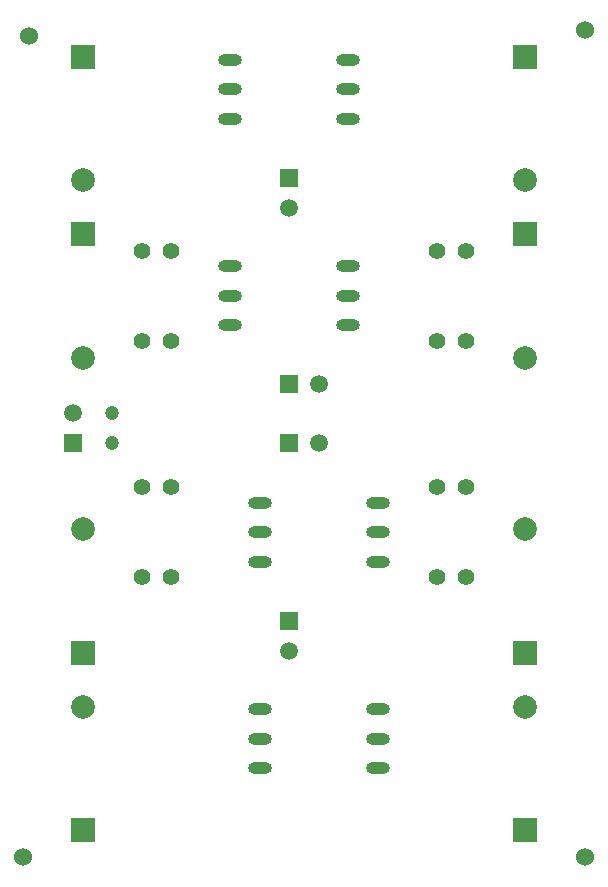
<source format=gtl>
%FSLAX44Y44*%
%MOMM*%
G71*
G01*
G75*
G04 Layer_Physical_Order=1*
G04 Layer_Color=255*
%ADD10O,2.0000X1.0000*%
%ADD11O,2.0000X1.0000*%
%ADD12R,1.5000X1.5000*%
%ADD13C,1.5000*%
%ADD14C,1.4000*%
%ADD15R,1.5000X1.5000*%
%ADD16C,1.2000*%
%ADD17R,2.0000X2.0000*%
%ADD18C,2.0000*%
%ADD19C,1.5240*%
D10*
X425000Y400000D02*
D03*
X300000Y1000000D02*
D03*
X325000Y400000D02*
D03*
X300000Y775000D02*
D03*
X400000Y1000000D02*
D03*
Y775000D02*
D03*
X425000Y625000D02*
D03*
X325000D02*
D03*
D11*
X425000Y425000D02*
D03*
Y450000D02*
D03*
X300000Y975000D02*
D03*
Y950000D02*
D03*
X325000Y425000D02*
D03*
Y450000D02*
D03*
X300000Y800000D02*
D03*
Y825000D02*
D03*
X400000Y975000D02*
D03*
Y950000D02*
D03*
Y800000D02*
D03*
Y825000D02*
D03*
X425000Y600000D02*
D03*
Y575000D02*
D03*
X325000Y600000D02*
D03*
Y575000D02*
D03*
D12*
X350000Y725000D02*
D03*
Y675000D02*
D03*
D13*
X375400Y725000D02*
D03*
X166732Y700786D02*
D03*
X350000Y874600D02*
D03*
Y499600D02*
D03*
X375400Y675000D02*
D03*
D14*
X250000Y561900D02*
D03*
Y638100D02*
D03*
X475000Y561900D02*
D03*
Y638100D02*
D03*
X250000Y838100D02*
D03*
Y761900D02*
D03*
X475000Y838100D02*
D03*
Y761900D02*
D03*
X225000Y638100D02*
D03*
Y561900D02*
D03*
X500000Y638100D02*
D03*
Y561900D02*
D03*
X225000Y761900D02*
D03*
Y838100D02*
D03*
X500000Y761900D02*
D03*
Y838100D02*
D03*
D15*
X166732Y675386D02*
D03*
X350000Y900000D02*
D03*
Y525000D02*
D03*
D16*
X200000Y700400D02*
D03*
Y675000D02*
D03*
D17*
X175000Y852300D02*
D03*
X550000D02*
D03*
X175000Y1002300D02*
D03*
X550000D02*
D03*
X175000Y497700D02*
D03*
X550000D02*
D03*
X175000Y347700D02*
D03*
X550000Y347700D02*
D03*
D18*
X175000Y747700D02*
D03*
X550000D02*
D03*
X175000Y897700D02*
D03*
X550000D02*
D03*
X175000Y602300D02*
D03*
X550000D02*
D03*
X175000Y452300D02*
D03*
X550000Y452300D02*
D03*
D19*
X600000Y325000D02*
D03*
X125000D02*
D03*
X600000Y1025000D02*
D03*
X130000Y1020000D02*
D03*
M02*

</source>
